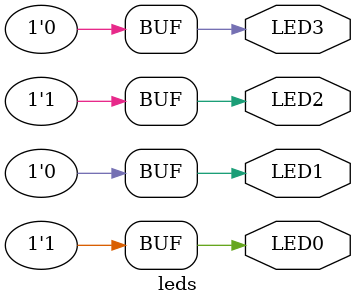
<source format=sv>

module leds(output logic LED0,
            output logic LED1,
            output logic LED2,
            output logic LED3);

assign LED0 = 1'b1;
assign LED1 = 1'b0;
assign LED2 = 1'b1;
assign LED3 = 1'b0;

endmodule

</source>
